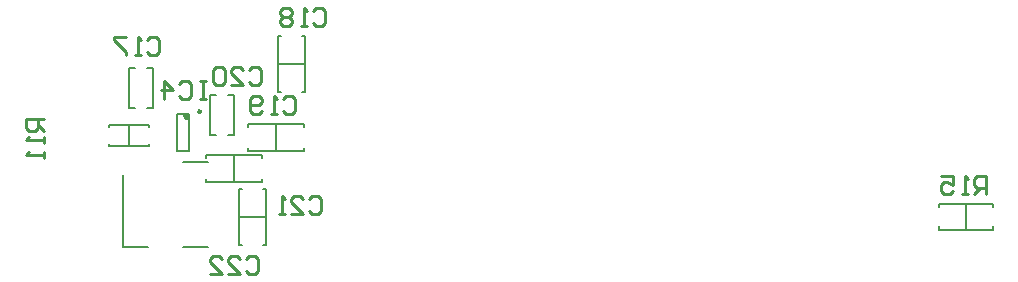
<source format=gbo>
G04*
G04 #@! TF.GenerationSoftware,Altium Limited,Altium Designer,20.0.10 (225)*
G04*
G04 Layer_Color=32896*
%FSLAX24Y24*%
%MOIN*%
G70*
G01*
G75*
%ADD11C,0.0098*%
%ADD12C,0.0079*%
%ADD14C,0.0100*%
%ADD16C,0.0059*%
G36*
X16097Y17210D02*
X15900D01*
Y17151D01*
X16018Y17033D01*
X16097D01*
Y17210D01*
D02*
G37*
D11*
X16491Y17309D02*
G03*
X16491Y17309I-49J0D01*
G01*
D12*
X15900Y17210D02*
G03*
X16077Y17033I177J0D01*
G01*
X13883Y12783D02*
Y15200D01*
Y12783D02*
X14709D01*
X15891Y15617D02*
X16717D01*
X15891Y12783D02*
X16717D01*
X16077Y17033D02*
X16097D01*
X15703Y15990D02*
Y17210D01*
X16097Y15990D02*
Y17210D01*
X15703Y15990D02*
X16097D01*
X15703Y17210D02*
X16097D01*
D14*
X42660Y14560D02*
Y15160D01*
X42360D01*
X42260Y15060D01*
Y14860D01*
X42360Y14760D01*
X42660D01*
X42460D02*
X42260Y14560D01*
X42060D02*
X41860D01*
X41960D01*
Y15160D01*
X42060Y15060D01*
X41160Y15160D02*
X41560D01*
Y14860D01*
X41360Y14960D01*
X41260D01*
X41160Y14860D01*
Y14660D01*
X41260Y14560D01*
X41460D01*
X41560Y14660D01*
X11250Y17050D02*
X10650D01*
Y16750D01*
X10750Y16650D01*
X10950D01*
X11050Y16750D01*
Y17050D01*
Y16850D02*
X11250Y16650D01*
Y16450D02*
Y16250D01*
Y16350D01*
X10650D01*
X10750Y16450D01*
X11250Y15950D02*
Y15750D01*
Y15850D01*
X10650D01*
X10750Y15950D01*
X16650Y18310D02*
X16450D01*
X16550D01*
Y17710D01*
X16650D01*
X16450D01*
X15750Y18210D02*
X15850Y18310D01*
X16050D01*
X16150Y18210D01*
Y17810D01*
X16050Y17710D01*
X15850D01*
X15750Y17810D01*
X15250Y17710D02*
Y18310D01*
X15550Y18010D01*
X15150D01*
X18000Y12400D02*
X18100Y12500D01*
X18300D01*
X18400Y12400D01*
Y12000D01*
X18300Y11900D01*
X18100D01*
X18000Y12000D01*
X17400Y11900D02*
X17800D01*
X17400Y12300D01*
Y12400D01*
X17500Y12500D01*
X17700D01*
X17800Y12400D01*
X16801Y11900D02*
X17200D01*
X16801Y12300D01*
Y12400D01*
X16900Y12500D01*
X17100D01*
X17200Y12400D01*
X20100Y14400D02*
X20200Y14500D01*
X20400D01*
X20500Y14400D01*
Y14000D01*
X20400Y13900D01*
X20200D01*
X20100Y14000D01*
X19500Y13900D02*
X19900D01*
X19500Y14300D01*
Y14400D01*
X19600Y14500D01*
X19800D01*
X19900Y14400D01*
X19300Y13900D02*
X19100D01*
X19200D01*
Y14500D01*
X19300Y14400D01*
X18080Y18685D02*
X18180Y18785D01*
X18380D01*
X18480Y18685D01*
Y18285D01*
X18380Y18185D01*
X18180D01*
X18080Y18285D01*
X17480Y18185D02*
X17880D01*
X17480Y18585D01*
Y18685D01*
X17580Y18785D01*
X17780D01*
X17880Y18685D01*
X17280D02*
X17180Y18785D01*
X16980D01*
X16881Y18685D01*
Y18285D01*
X16980Y18185D01*
X17180D01*
X17280Y18285D01*
Y18685D01*
X19230Y17715D02*
X19330Y17815D01*
X19530D01*
X19630Y17715D01*
Y17315D01*
X19530Y17215D01*
X19330D01*
X19230Y17315D01*
X19030Y17215D02*
X18830D01*
X18930D01*
Y17815D01*
X19030Y17715D01*
X18530Y17315D02*
X18430Y17215D01*
X18230D01*
X18130Y17315D01*
Y17715D01*
X18230Y17815D01*
X18430D01*
X18530Y17715D01*
Y17615D01*
X18430Y17515D01*
X18130D01*
X20230Y20660D02*
X20330Y20760D01*
X20530D01*
X20630Y20660D01*
Y20260D01*
X20530Y20160D01*
X20330D01*
X20230Y20260D01*
X20030Y20160D02*
X19830D01*
X19930D01*
Y20760D01*
X20030Y20660D01*
X19530D02*
X19430Y20760D01*
X19230D01*
X19130Y20660D01*
Y20560D01*
X19230Y20460D01*
X19130Y20360D01*
Y20260D01*
X19230Y20160D01*
X19430D01*
X19530Y20260D01*
Y20360D01*
X19430Y20460D01*
X19530Y20560D01*
Y20660D01*
X19430Y20460D02*
X19230D01*
X14700Y19700D02*
X14800Y19800D01*
X15000D01*
X15100Y19700D01*
Y19300D01*
X15000Y19200D01*
X14800D01*
X14700Y19300D01*
X14500Y19200D02*
X14300D01*
X14400D01*
Y19800D01*
X14500Y19700D01*
X14000Y19800D02*
X13600D01*
Y19700D01*
X14000Y19300D01*
Y19200D01*
D16*
X14697Y18769D02*
X14894D01*
Y17431D02*
Y18769D01*
X14697Y17431D02*
X14894D01*
X14106D02*
X14303D01*
X14106D02*
Y18769D01*
X14303D01*
X14769Y16776D02*
Y16854D01*
X13431D02*
X14769D01*
X13431Y16776D02*
Y16854D01*
X14769Y16146D02*
Y16224D01*
X13431Y16146D02*
X14769D01*
X13431D02*
Y16224D01*
X14100Y16146D02*
Y16854D01*
X42906Y14115D02*
Y14233D01*
X41094D02*
X42906D01*
X41094Y14115D02*
Y14233D01*
Y13367D02*
Y13485D01*
Y13367D02*
X42906D01*
Y13485D01*
X42000Y13367D02*
Y14233D01*
X18535Y14957D02*
Y15056D01*
X16665Y14957D02*
X18535D01*
X16665D02*
Y15056D01*
Y15744D02*
Y15843D01*
X18535D01*
Y15744D02*
Y15843D01*
X17600Y14957D02*
Y15843D01*
X18544Y14735D02*
X18643D01*
Y12865D02*
Y14735D01*
X18544Y12865D02*
X18643D01*
X17757D02*
X17856D01*
X17757D02*
Y14735D01*
X17856D01*
X17757Y13800D02*
X18643D01*
X16806Y16516D02*
X17003D01*
X16806D02*
Y17854D01*
X17003D01*
X17397D02*
X17594D01*
Y16516D02*
Y17854D01*
X17397Y16516D02*
X17594D01*
X19935Y16002D02*
Y16100D01*
X18065Y16002D02*
X19935D01*
X18065D02*
Y16100D01*
Y16789D02*
Y16888D01*
X19935D01*
Y16789D02*
Y16888D01*
X19000Y16002D02*
Y16888D01*
X19844Y19835D02*
X19943D01*
Y17965D02*
Y19835D01*
X19844Y17965D02*
X19943D01*
X19057D02*
X19156D01*
X19057D02*
Y19835D01*
X19156D01*
X19057Y18900D02*
X19943D01*
M02*

</source>
